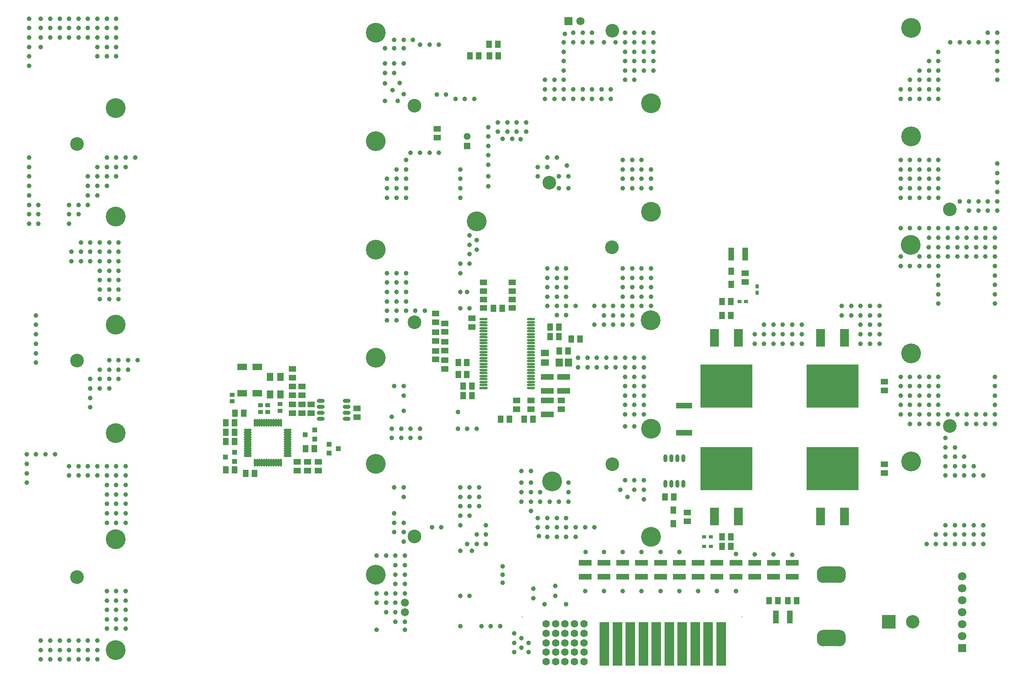
<source format=gbs>
%FSTAX23Y23*%
%MOIN*%
%SFA1B1*%

%IPPOS*%
%ADD32R,0.045400X0.059180*%
%ADD33R,0.059180X0.045400*%
%ADD39C,0.165480*%
%ADD40C,0.114300*%
%ADD41R,0.112330X0.112330*%
%ADD42C,0.112330*%
%ADD43R,0.058000X0.058000*%
%ADD44C,0.058000*%
%ADD45C,0.068000*%
%ADD46R,0.068000X0.068000*%
%ADD47C,0.063120*%
%ADD48R,0.078870X0.070990*%
%ADD49C,0.008000*%
%ADD50O,0.108000X0.138000*%
%ADD51C,0.070990*%
%ADD52R,0.070990X0.070990*%
%ADD53C,0.067060*%
%ADD54C,0.039370*%
%ADD96R,0.067060X0.019810*%
%ADD97O,0.067060X0.019810*%
%ADD98R,0.069020X0.057210*%
%ADD99R,0.061150X0.069020*%
%ADD100R,0.110360X0.049340*%
%ADD101O,0.065090X0.031620*%
%ADD102R,0.043430X0.039500*%
%ADD103R,0.053150X0.066930*%
%ADD104O,0.065090X0.019810*%
%ADD105O,0.019810X0.065090*%
%ADD106R,0.043430X0.035560*%
%ADD107R,0.083000X0.058000*%
%ADD108R,0.049340X0.110360*%
%ADD109R,0.047370X0.061150*%
%ADD110R,0.031620X0.037530*%
%ADD111R,0.037530X0.031620*%
%ADD112O,0.031620X0.065090*%
%ADD113R,0.135950X0.049340*%
%ADD114R,0.437920X0.363120*%
%ADD115R,0.078080X0.145950*%
%LNpcb1-1*%
%LPD*%
G36*
X0685Y00326D02*
X06851Y00326D01*
X06851Y00326*
X06852Y00325*
X06852Y00325*
X06853Y00325*
X06853Y00324*
X06853Y00324*
X06854Y00323*
X06854Y00323*
X06854Y00322*
X06854Y00322*
Y00192*
X06854Y00191*
X06854Y00191*
X06854Y0019*
X06853Y0019*
X06853Y00189*
X06853Y00189*
X06852Y00189*
X06852Y00188*
X06851Y00188*
X06851Y00188*
X0685Y00188*
X0685Y00188*
X06716*
X06715Y00188*
X06715Y00188*
X06714Y00188*
X06714Y00188*
X06713Y00189*
X06713Y00189*
X06713Y00189*
X06712Y0019*
X06712Y0019*
X06712Y00191*
X06712Y00191*
X06712Y00192*
Y00193*
Y00322*
X06712Y00322*
X06712Y00323*
X06712Y00323*
X06712Y00324*
X06713Y00324*
X06713Y00325*
X06713Y00325*
X06714Y00325*
X06714Y00326*
X06715Y00326*
X06715Y00326*
X06716Y00326*
X0685*
X0685Y00326*
G37*
G36*
Y00856D02*
X06851Y00856D01*
X06851Y00856*
X06852Y00855*
X06852Y00855*
X06853Y00855*
X06853Y00854*
X06853Y00854*
X06854Y00853*
X06854Y00853*
X06854Y00852*
X06854Y00852*
Y00722*
X06854Y00721*
X06854Y00721*
X06854Y0072*
X06853Y0072*
X06853Y00719*
X06853Y00719*
X06852Y00719*
X06852Y00718*
X06851Y00718*
X06851Y00718*
X0685Y00718*
X0685Y00718*
X06716*
X06715Y00718*
X06715Y00718*
X06714Y00718*
X06714Y00718*
X06713Y00719*
X06713Y00719*
X06713Y00719*
X06712Y0072*
X06712Y0072*
X06712Y00721*
X06712Y00721*
X06712Y00722*
Y00723*
Y00852*
X06712Y00852*
X06712Y00853*
X06712Y00853*
X06712Y00854*
X06713Y00854*
X06713Y00855*
X06713Y00855*
X06714Y00855*
X06714Y00856*
X06715Y00856*
X06715Y00856*
X06716Y00856*
X0685*
X0685Y00856*
G37*
G54D32*
X03737Y02559D03*
X03664D03*
X03737Y0246D03*
X03664D03*
X03779Y02362D03*
X03706D03*
X03779Y02283D03*
X03706D03*
X03959Y03011D03*
X04032D03*
X04682Y02755D03*
X04609D03*
X04504Y02854D03*
X04432D03*
X04504Y02775D03*
X04432D03*
X04583Y02657D03*
X0451D03*
X04288Y02086D03*
X04215D03*
X04091D03*
X04018D03*
X02463Y01839D03*
X0239D03*
X018Y02135D03*
X01873D03*
X01794Y02056D03*
X01721D03*
Y01977D03*
X01794D03*
X01721Y01898D03*
X01794D03*
X01721Y01662D03*
X01794D03*
X01961Y01633D03*
X01888D03*
X05941Y0307D03*
X05869D03*
X05941Y02952D03*
X05869D03*
X05466Y01437D03*
X05393D03*
X05869Y01023D03*
X05941D03*
X05869Y01102D03*
X05941D03*
X06335Y0057D03*
X06262D03*
X06493D03*
X0642D03*
X03925Y05121D03*
X03998D03*
X03922Y0522D03*
X03995D03*
X03763Y05121D03*
X03835D03*
G54D33*
X03877Y03229D03*
Y03156D03*
X03553Y02887D03*
Y02814D03*
Y02733D03*
Y0266D03*
Y02578D03*
Y02505D03*
X03474Y02657D03*
Y02584D03*
Y02812D03*
Y02739D03*
Y02969D03*
Y02896D03*
X03877Y03087D03*
Y03014D03*
X04114Y03229D03*
Y03156D03*
Y03087D03*
Y03014D03*
X04527Y02241D03*
Y02168D03*
X04271Y02241D03*
Y02168D03*
X04153Y02241D03*
Y02168D03*
X02279Y02285D03*
Y02358D03*
Y0221D03*
Y02137D03*
X0282Y02102D03*
Y02175D03*
X02496Y01728D03*
Y01655D03*
X02407Y01728D03*
Y01655D03*
X02318Y01728D03*
Y01655D03*
X02358Y02137D03*
Y0221D03*
X02437D03*
Y02137D03*
X02358Y02358D03*
Y02285D03*
X02279Y02506D03*
Y02433D03*
X07224Y02398D03*
Y02325D03*
Y01709D03*
Y01636D03*
X06062Y03231D03*
Y03304D03*
X0558Y01306D03*
Y01233D03*
X03488Y04512D03*
Y04439D03*
X03779Y0293D03*
Y02857D03*
G54D39*
X00803Y04685D03*
X02976Y05314D03*
Y04409D03*
X00803Y03779D03*
X02976Y00787D03*
X00803Y00157D03*
X07448Y05354D03*
X05274Y04724D03*
X04448Y01564D03*
X03818Y03738D03*
X07448Y02637D03*
X05275Y02007D03*
X02976Y01712D03*
X00803Y01082D03*
Y01968D03*
X02976Y02598D03*
X05274Y01102D03*
X07448Y01732D03*
X07444Y03543D03*
X05271Y02913D03*
X05274Y03818D03*
X07448Y04448D03*
X00803Y02874D03*
X02976Y03503D03*
G54D40*
X033Y04706D03*
X00479Y04387D03*
Y00765D03*
X04951Y05332D03*
X04427Y04061D03*
X07772Y02029D03*
X033Y01104D03*
X00479Y02576D03*
X04951Y0171D03*
X04948Y03521D03*
X07771Y0384D03*
X033Y02895D03*
G54D41*
X07262Y00393D03*
G54D42*
X07462Y00393D03*
G54D43*
X0374Y0437D03*
G54D44*
X0374Y04448D03*
G54D45*
X04686Y05413D03*
G54D46*
X04586Y05413D03*
G54D47*
X04399Y00375D03*
Y00296D03*
Y00217D03*
Y00138D03*
Y0006D03*
X04478Y00375D03*
Y00296D03*
Y00217D03*
Y00138D03*
Y0006D03*
X04557Y00375D03*
Y00296D03*
Y00217D03*
Y00138D03*
Y0006D03*
X04635Y00375D03*
Y00296D03*
Y00217D03*
Y00138D03*
Y0006D03*
X04714Y00375D03*
Y00296D03*
Y00217D03*
Y00138D03*
Y0006D03*
G54D48*
X05644Y0006D03*
X05752D03*
X05644Y00119D03*
X05752D03*
X05644Y00178D03*
X05752D03*
X05644Y00237D03*
X05752D03*
X05644Y00296D03*
X05752D03*
X05319Y0006D03*
X05428D03*
X05319Y00119D03*
X05428D03*
X05319Y00178D03*
X05428D03*
X05319Y00237D03*
X05428D03*
X05319Y00296D03*
X05428D03*
X04995Y0006D03*
X05103D03*
X04995Y00119D03*
X05103D03*
X04995Y00178D03*
X05103D03*
X04995Y00237D03*
X05103D03*
X04995Y00296D03*
X04886Y0006D03*
Y00119D03*
Y00178D03*
Y00237D03*
Y00296D03*
X05644Y00355D03*
X05752D03*
X05319D03*
X05428D03*
X04995D03*
X05103D03*
X04886D03*
X05211Y0006D03*
X05536D03*
X05861D03*
X05211Y00119D03*
X05536D03*
X05861D03*
X05211Y00178D03*
X05536D03*
X05861D03*
X05211Y00237D03*
X05536D03*
X05861D03*
X05211Y00296D03*
X05536D03*
X05861D03*
X05211Y00355D03*
X05536D03*
X05861D03*
X05103Y00296D03*
G54D49*
X042Y00432D03*
X06035D03*
G54D50*
X06716Y00787D03*
X0685D03*
X06716Y00257D03*
X0685D03*
G54D51*
X07874Y00772D03*
Y00572D03*
Y00672D03*
Y00472D03*
Y00272D03*
Y00372D03*
G54D52*
X07874Y00172D03*
G54D53*
X03218Y00551D03*
Y00472D03*
G54D54*
X04557Y05304D03*
X03051Y05184D03*
X03503Y05216D03*
X03346D03*
X03425D03*
X03129Y05184D03*
X03208D03*
X03129Y0498D03*
X03208Y05059D03*
X03051Y05059D03*
X03175Y04895D03*
X03051Y0498D03*
X03129Y05059D03*
X03208Y04803D03*
X03159Y04744D03*
X03051D03*
Y04891D03*
X03116Y04836D03*
X03228Y04251D03*
X03917Y04527D03*
X00216Y01791D03*
X00295D03*
X00826Y025D03*
X00748Y02421D03*
X0059Y02263D03*
X00905Y02578D03*
X00669Y02342D03*
X0059Y02185D03*
X00905Y025D03*
X00984Y02578D03*
X00826Y02421D03*
X00748Y02342D03*
X00826Y02578D03*
X0059Y02342D03*
X00748Y025D03*
X00669Y02421D03*
X04547Y05236D03*
X04625Y05314D03*
X05217Y01417D03*
X05078Y01437D03*
X05216Y01496D03*
X04409Y01259D03*
X04271Y01397D03*
X04488Y01181D03*
X04566Y01102D03*
X04409Y01181D03*
X04488Y01102D03*
X0433Y01259D03*
X04488D03*
X04566Y01181D03*
X04645Y01102D03*
X04724Y01181D03*
X04566Y01259D03*
X04645Y01181D03*
X04803D03*
X03484Y04798D03*
X03562D03*
X0311Y02106D03*
X0498Y05236D03*
X04251Y00138D03*
X04133D03*
X04488Y02957D03*
X04567Y02957D03*
X04409Y03031D03*
X0311Y01929D03*
X03208Y02155D03*
X0311Y02007D03*
X0494Y04763D03*
X04862D03*
X04783D03*
X04704D03*
X04625D03*
X04468D03*
X04338Y01109D03*
X07578Y01043D03*
X07657D03*
X07736D03*
X07657Y01122D03*
X07893Y01043D03*
X07814Y01122D03*
X07736Y012D03*
X07893Y01122D03*
X07814Y012D03*
X07893D03*
X07736Y01614D03*
Y01692D03*
X07814Y01614D03*
X07519Y02125D03*
X07736Y0185D03*
X07362Y02204D03*
X07893Y01614D03*
X07814Y01771D03*
X07893Y01692D03*
X0744Y02125D03*
X07362Y02283D03*
X07598Y02047D03*
X07519D03*
X0744Y02204D03*
X07814Y01692D03*
X07736Y01771D03*
X07362Y02125D03*
X0744Y02047D03*
X07736Y01122D03*
X07814Y01043D03*
X07736Y01929D03*
X07814Y0185D03*
X07893Y01771D03*
X07972Y01692D03*
Y01614D03*
X08051D03*
Y01122D03*
Y012D03*
Y01043D03*
X0687Y03031D03*
Y02952D03*
X06948D03*
Y03031D03*
X07185D03*
X07106D03*
X07027D03*
Y02952D03*
X07106D03*
X07185D03*
Y02874D03*
X07106D03*
X07027D03*
Y02795D03*
X07106D03*
X07185D03*
Y02716D03*
X07106D03*
X07027D03*
X06535Y02874D03*
X06456D03*
X06377D03*
X06299D03*
X0622D03*
X06535Y02795D03*
Y02716D03*
X06456D03*
Y02795D03*
X06377D03*
Y02716D03*
X06299D03*
Y02795D03*
X0622D03*
Y02716D03*
X06141Y02795D03*
Y02716D03*
X00157Y03799D03*
Y03877D03*
Y0372D03*
X00078Y04271D03*
Y04192D03*
Y04114D03*
Y04035D03*
Y03956D03*
Y03877D03*
Y03799D03*
Y0372D03*
X00964Y04271D03*
X00885D03*
X00807D03*
X00728D03*
X00885Y04192D03*
X00807D03*
X00728D03*
X00649D03*
X00807Y04114D03*
X00728D03*
X00649D03*
X0057D03*
X00728Y04035D03*
X00649D03*
X0057D03*
X00649Y03956D03*
X0057D03*
X00492Y03799D03*
X00413Y0372D03*
Y03799D03*
X0057Y03877D03*
X00492D03*
X00413D03*
X00649Y05118D03*
X00728D03*
X00807D03*
Y05196D03*
X00728D03*
X00649D03*
X00807Y05275D03*
X00728D03*
X00649D03*
X00334D03*
X0057D03*
X00492D03*
X00413D03*
Y05354D03*
X00492D03*
X0057D03*
X00649D03*
X00728D03*
X00807D03*
Y05433D03*
X00728D03*
X00649D03*
X0057D03*
X00492D03*
X00413D03*
X00334Y05354D03*
Y05433D03*
X00255D03*
Y05354D03*
Y05275D03*
X00177Y05196D03*
Y05275D03*
Y05354D03*
Y05433D03*
X00078Y05039D03*
Y05118D03*
Y05196D03*
Y05275D03*
Y05354D03*
Y05433D03*
X00826Y0309D03*
X00748D03*
X00669D03*
Y03169D03*
X00748D03*
X00826D03*
Y03248D03*
X00748D03*
X00669D03*
Y03326D03*
X00748D03*
X00826D03*
Y03405D03*
Y03484D03*
Y03562D03*
X00748D03*
Y03484D03*
Y03405D03*
X00669D03*
Y03484D03*
Y03562D03*
X0059D03*
Y03484D03*
Y03405D03*
X00511D03*
Y03484D03*
Y03562D03*
X00433Y03484D03*
Y03405D03*
X00748Y02578D03*
X00669Y025D03*
X0059Y02421D03*
X00137Y02559D03*
Y02637D03*
Y02716D03*
Y02795D03*
Y02874D03*
Y02952D03*
X00885Y01692D03*
X00807D03*
X00728D03*
X00649Y01614D03*
Y01692D03*
X0057D03*
Y01614D03*
X00492D03*
Y01692D03*
X00413D03*
Y01614D03*
X00728Y01614D03*
X00807D03*
X00885D03*
Y01535D03*
X00807D03*
X00728D03*
Y01457D03*
X00807D03*
X00885D03*
Y01378D03*
X00807D03*
X00728D03*
Y01299D03*
X00807D03*
X00885D03*
Y0122D03*
X00807D03*
X00728D03*
X00885Y00649D03*
X00807D03*
X00728D03*
Y0057D03*
X00807D03*
X00885D03*
Y00492D03*
X00807D03*
X00728D03*
Y00413D03*
X00807D03*
X00885D03*
Y00334D03*
X00807D03*
X00728D03*
X00649Y00236D03*
Y00157D03*
Y00078D03*
X0057D03*
Y00157D03*
Y00236D03*
X00492Y00078D03*
X00413D03*
Y00157D03*
X00492D03*
Y00236D03*
X00413D03*
X00334Y00078D03*
X00255D03*
X00177D03*
Y00157D03*
X00255D03*
X00334D03*
Y00236D03*
X00255D03*
X00177D03*
X00059Y01555D03*
Y01633D03*
Y01712D03*
X00137Y01791D03*
X00059D03*
X03779Y00984D03*
X03681D03*
X03897Y01043D03*
X03818D03*
X0374D03*
X03818Y01122D03*
X03897D03*
Y012D03*
X03759Y0061D03*
X03681D03*
Y00354D03*
X02982Y00944D03*
X03061D03*
X03139D03*
X03218D03*
X03139Y00866D03*
X03218Y00787D03*
Y00708D03*
Y00629D03*
Y00866D03*
X03139Y00787D03*
X03218Y00324D03*
Y00393D03*
X03139Y00708D03*
Y00629D03*
X03061D03*
X02982D03*
Y00551D03*
X03061Y00472D03*
Y00551D03*
X03139D03*
Y00472D03*
Y00393D03*
X02982Y00324D03*
X0433Y01181D03*
X04409Y01102D03*
X04476Y00692D03*
X04566Y00539D03*
X04384Y00539D03*
X04291Y0059D03*
Y00669D03*
X04476Y0061D03*
X04251Y00216D03*
X04192Y00177D03*
Y00255D03*
X04133Y00216D03*
Y00295D03*
X04015Y00354D03*
X03937D03*
X03858D03*
X07972Y012D03*
Y01122D03*
Y01043D03*
X04488Y04271D03*
X04409D03*
Y04192D03*
X0433D03*
Y04114D03*
X04187Y04425D03*
X04232Y04566D03*
Y04488D03*
X04153Y04566D03*
Y04488D03*
X04114Y04429D03*
X04035D03*
X04074Y04566D03*
Y04488D03*
X03996D03*
Y04566D03*
X03917Y04448D03*
Y0437D03*
Y04291D03*
X03681Y04173D03*
X03917Y04212D03*
Y04033D03*
Y04117D03*
X05059Y01574D03*
X05137D03*
X05216D03*
X05137Y01496D03*
X05019D03*
X04586Y01555D03*
Y01476D03*
Y01397D03*
X04507D03*
X04429D03*
X0435D03*
Y01476D03*
X04271Y01653D03*
X04192D03*
Y01555D03*
X04271D03*
Y01476D03*
X04192D03*
Y01397D03*
X04271Y01318D03*
X05137Y02027D03*
X05059D03*
X05216Y02125D03*
X05137D03*
X05059D03*
Y02204D03*
X05137D03*
X05216D03*
Y02283D03*
X05137D03*
X05059D03*
Y02362D03*
X05137D03*
X05216D03*
Y0244D03*
X05137D03*
X05059D03*
X05216Y02598D03*
Y02519D03*
X05137D03*
Y02598D03*
X05059D03*
Y02519D03*
X0498D03*
Y02598D03*
X04901D03*
Y02519D03*
X04822Y02598D03*
Y02519D03*
X04744Y02598D03*
Y02519D03*
X04665Y02598D03*
Y02519D03*
X03799Y04763D03*
X0372D03*
X03641D03*
X03287Y05255D03*
X03129D03*
X03208D03*
X03838Y01437D03*
Y01358D03*
X03759Y01279D03*
Y01358D03*
Y01437D03*
X03838Y01515D03*
X03759D03*
X03681D03*
Y01437D03*
Y01358D03*
Y01279D03*
Y012D03*
X03523Y01181D03*
X03444D03*
X03208Y01062D03*
Y0122D03*
Y01141D03*
X03129D03*
Y0122D03*
Y01299D03*
X03208Y01437D03*
Y01515D03*
X03129D03*
X03346Y01929D03*
X03267D03*
X03188D03*
X03346Y02007D03*
X03267D03*
X03188D03*
X03661D03*
X0374D03*
X03818D03*
X03661Y02145D03*
X03208Y02283D03*
Y02362D03*
X03129D03*
X03759Y03622D03*
X03818Y03582D03*
Y03503D03*
X03759Y03543D03*
Y03464D03*
Y03385D03*
X03681D03*
Y03307D03*
X0374Y03149D03*
X03681D03*
X03759Y03011D03*
X03681D03*
X03385Y02992D03*
X03307D03*
X03228D03*
X03149D03*
Y02913D03*
X0307D03*
Y02992D03*
Y0307D03*
X03149D03*
X03228D03*
X0307Y0315D03*
X03149Y03149D03*
X03228D03*
X0307Y03228D03*
X03149Y03228D03*
X03228D03*
X0307Y03307D03*
X03149D03*
X03228D03*
X03681Y03937D03*
Y04015D03*
Y04094D03*
X03228Y03937D03*
X03149D03*
X0307D03*
Y04015D03*
X03149D03*
X03228D03*
X03503Y04311D03*
X03425D03*
X03346D03*
X03267D03*
X03149Y04173D03*
X03228D03*
Y04094D03*
X03149D03*
X0307D03*
X05295Y05236D03*
Y05314D03*
X05216D03*
Y05236D03*
X05137D03*
Y05314D03*
X05059D03*
Y05236D03*
X04881D03*
X04783Y05314D03*
Y05236D03*
X04704Y05314D03*
Y05236D03*
X04625D03*
X04547Y05157D03*
Y05078D03*
Y05D03*
Y04921D03*
X04468D03*
X04389D03*
Y04763D03*
Y04842D03*
X04468D03*
X04547Y04763D03*
Y04842D03*
X05275Y04173D03*
Y04094D03*
Y04015D03*
X05196Y03346D03*
X05275D03*
Y03267D03*
X05196D03*
Y03188D03*
X05275D03*
Y03031D03*
Y0311D03*
X05196D03*
Y03031D03*
X05118D03*
Y0311D03*
Y03188D03*
Y03267D03*
Y03346D03*
X05039D03*
Y03267D03*
Y03188D03*
Y0311D03*
X05118Y02874D03*
Y02952D03*
X05039Y02874D03*
Y02952D03*
Y03031D03*
X0496D03*
Y02952D03*
Y02874D03*
X04803D03*
X04881D03*
Y02952D03*
Y03031D03*
X04803D03*
X04645D03*
X04488D03*
X04566D03*
Y0311D03*
X04488D03*
X04409D03*
Y03188D03*
X04488D03*
X04566D03*
Y03267D03*
X04488D03*
X04409D03*
Y03346D03*
X04488D03*
X04566D03*
X04507Y04114D03*
Y04015D03*
X04586D03*
Y04114D03*
X05196Y04015D03*
X05118D03*
X05039D03*
Y04094D03*
X05118D03*
X05196D03*
Y04173D03*
X05118D03*
X05039D03*
X05196Y04251D03*
X05118D03*
X05039D03*
X04571Y04207D03*
X07677Y03051D03*
Y03129D03*
Y03208D03*
Y03287D03*
X07519Y03444D03*
X0744Y02362D03*
Y0244D03*
X07519Y02283D03*
X0744D03*
X07598Y02125D03*
Y02204D03*
X07519D03*
X07362Y02362D03*
X07519D03*
X07362Y0244D03*
X08149D03*
Y02362D03*
Y02283D03*
Y02204D03*
Y02125D03*
Y02047D03*
X0807D03*
Y02125D03*
X07992D03*
Y02047D03*
X07913D03*
Y02125D03*
X07834D03*
X07755D03*
X07677Y02047D03*
Y02125D03*
Y02204D03*
X07598Y02283D03*
X07677D03*
Y02362D03*
X07598D03*
X07519Y0244D03*
X07598D03*
X07677D03*
Y03366D03*
X07598D03*
X07519D03*
X0744D03*
X07362Y03444D03*
Y03366D03*
X07598Y03444D03*
X07596Y03522D03*
X07598Y03602D03*
Y03681D03*
X07519D03*
X0744D03*
X07362D03*
X07677D03*
Y03602D03*
Y03523D03*
Y03444D03*
X07755D03*
Y03523D03*
Y03602D03*
Y03681D03*
X08149Y03051D03*
Y03129D03*
Y03208D03*
Y03287D03*
Y03366D03*
X07834Y03444D03*
X07913D03*
X07992D03*
X0807D03*
X08149D03*
Y03523D03*
X0807D03*
X07992D03*
X07913D03*
X07834D03*
Y03602D03*
X07913D03*
X07992D03*
X0807D03*
X08149D03*
Y03681D03*
X0807D03*
X07992D03*
X07913D03*
X07834D03*
X07362Y04842D03*
Y04763D03*
X0744D03*
X07519D03*
X07598D03*
X07677D03*
Y04842D03*
X07598D03*
X07519D03*
X0744D03*
Y04921D03*
X07519Y05D03*
Y04921D03*
X07598D03*
Y05D03*
Y05078D03*
X07362Y04251D03*
Y04173D03*
Y04094D03*
Y04015D03*
Y03937D03*
X0744D03*
Y04015D03*
Y04094D03*
Y04173D03*
Y04251D03*
X07519D03*
Y04173D03*
Y04094D03*
Y04015D03*
Y03937D03*
X07598D03*
Y04015D03*
Y04094D03*
Y04173D03*
Y04251D03*
X08169Y04921D03*
Y05D03*
Y05078D03*
Y05157D03*
Y05236D03*
Y05314D03*
X0809D03*
Y05236D03*
X08011D03*
X07933D03*
X07854D03*
X07775D03*
X07677Y05157D03*
Y05078D03*
Y05D03*
Y04921D03*
X08169Y04222D03*
Y04143D03*
Y04064D03*
Y03986D03*
Y03828D03*
Y03907D03*
X0809D03*
Y03828D03*
X07933D03*
X08011D03*
Y03907D03*
X07933D03*
X07854D03*
X07677Y04251D03*
Y04173D03*
Y04094D03*
Y04015D03*
Y03937D03*
X04625Y04842D03*
X04704D03*
X04783D03*
X04862D03*
X0494D03*
X05295Y05157D03*
Y05078D03*
Y05D03*
X05216D03*
Y05078D03*
Y05157D03*
X05137Y04921D03*
Y05D03*
Y05078D03*
Y05157D03*
X05059Y04921D03*
Y05D03*
Y05078D03*
Y05157D03*
X06456Y00952D03*
X06299Y00956D03*
X06141D03*
X05984Y0096D03*
X05511Y00976D03*
X05354D03*
X05196D03*
X05039D03*
X04881D03*
X04728D03*
X04035Y00718D03*
Y00787D03*
Y00856D03*
X05984Y00649D03*
X05826D03*
X05669D03*
X05511D03*
X05354D03*
X05196D03*
X05039D03*
X04881D03*
X04724D03*
G54D96*
X03877Y02346D03*
G54D97*
X03877Y02371D03*
Y02396D03*
Y02421D03*
Y02446D03*
Y02471D03*
Y02496D03*
Y02521D03*
Y02546D03*
Y02571D03*
Y02596D03*
Y02621D03*
Y02646D03*
Y02671D03*
Y02696D03*
Y02721D03*
Y02746D03*
Y02771D03*
Y02796D03*
Y02821D03*
Y02846D03*
Y02871D03*
Y02896D03*
Y02921D03*
X04271Y02346D03*
Y02371D03*
Y02396D03*
Y02421D03*
Y02446D03*
Y02471D03*
Y02496D03*
Y02521D03*
Y02546D03*
Y02571D03*
Y02596D03*
Y02621D03*
Y02646D03*
Y02671D03*
Y02696D03*
Y02721D03*
Y02746D03*
Y02771D03*
Y02796D03*
Y02821D03*
Y02846D03*
Y02871D03*
Y02896D03*
Y02921D03*
G54D98*
X04389Y02558D03*
Y02638D03*
G54D99*
X04508Y02559D03*
X04585D03*
G54D100*
X04409Y02439D03*
Y02323D03*
X04547Y02439D03*
Y02323D03*
X04409Y02243D03*
Y02126D03*
X04724Y00884D03*
Y00768D03*
X04881D03*
Y00884D03*
X05039Y00768D03*
Y00884D03*
X05196Y00768D03*
Y00884D03*
X05354Y00768D03*
Y00884D03*
X05511Y00768D03*
Y00884D03*
X05669Y00768D03*
Y00884D03*
X05826Y00768D03*
Y00884D03*
X05984Y00768D03*
Y00884D03*
X06141Y00768D03*
Y00884D03*
X06299Y00768D03*
Y00884D03*
X06456Y00768D03*
Y00884D03*
G54D101*
X02516Y02089D03*
Y02139D03*
Y02189D03*
Y02239D03*
X02731Y02089D03*
Y02139D03*
Y02189D03*
Y02239D03*
G54D102*
X02663Y01839D03*
X02584Y01877D03*
Y01802D03*
X02387Y01957D03*
X02466Y0192D03*
Y01995D03*
X01718Y0177D03*
X01797Y01733D03*
Y01808D03*
G54D103*
X02092Y02438D03*
X02179D03*
Y02292D03*
X02092D03*
G54D104*
X01906Y01996D03*
Y01976D03*
Y01956D03*
Y01937D03*
Y01917D03*
Y01897D03*
Y01877D03*
Y01858D03*
Y01838D03*
Y01818D03*
Y01799D03*
Y01779D03*
X02239D03*
Y01799D03*
Y01818D03*
Y01838D03*
Y01858D03*
Y01877D03*
Y01897D03*
Y01917D03*
Y01937D03*
Y01956D03*
Y01976D03*
Y01996D03*
G54D105*
X01964Y01721D03*
X01984D03*
X02003D03*
X02023D03*
X02043D03*
X02062D03*
X02082D03*
X02102D03*
X02122D03*
X02141D03*
X02161D03*
X02181D03*
Y02054D03*
X02161D03*
X02141D03*
X02122D03*
X02102D03*
X02082D03*
X02062D03*
X02043D03*
X02023D03*
X02003D03*
X01984D03*
X01964D03*
G54D106*
X02175Y02212D03*
Y02157D03*
X02013Y02146D03*
Y02201D03*
X02072D03*
Y02146D03*
X01777Y02235D03*
Y0229D03*
G54D107*
X01859Y02302D03*
Y02522D03*
X01984D03*
Y02302D03*
G54D108*
X06062Y03464D03*
X05945D03*
X06436Y00433D03*
X06319D03*
G54D109*
X05944Y03211D03*
Y03323D03*
X05462Y01325D03*
Y01213D03*
G54D110*
X06161Y03141D03*
Y03196D03*
G54D111*
X0607Y0307D03*
X06015D03*
X0572Y01102D03*
X05775D03*
X0572Y01023D03*
X05775D03*
G54D112*
X05547Y01546D03*
X05497D03*
X05447D03*
X05397D03*
X05547Y0176D03*
X05497D03*
X05447D03*
X05397D03*
G54D113*
X05551Y01972D03*
Y022D03*
G54D114*
X05905Y01673D03*
Y02362D03*
X06791Y01673D03*
Y02362D03*
G54D115*
X05805Y01271D03*
X06005D03*
Y02764D03*
X05805D03*
X06691Y01271D03*
X06891D03*
X06691Y02764D03*
X06891D03*
M02*
</source>
